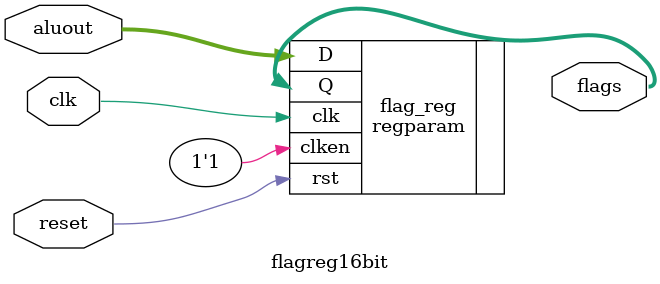
<source format=v>
`timescale 1ns / 1ps
module flagreg16bit(
    output [15:0] flags,
    input [15:0] aluout,
	 input clk,
	 input reset
    );

	 regparam # (.SIZE(16)) flag_reg
			(.Q(flags),
			 .D(aluout),
			 .clk(clk),
			 .rst(reset),
			 .clken(1'b1)
			 );


endmodule

</source>
